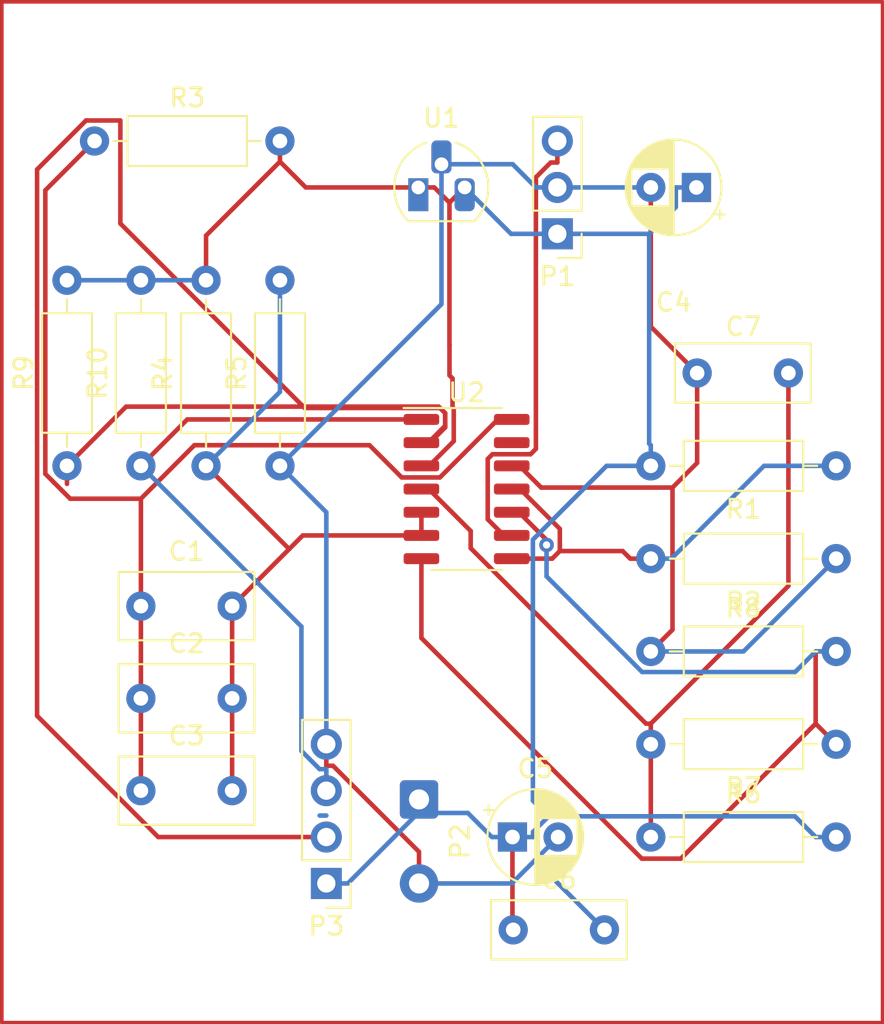
<source format=kicad_pcb>
(kicad_pcb (version 20221018) (generator pcbnew)
  (layers (0 "F.Cu" signal) (31 "B.Cu" signal) (34 "B.Paste" user) (35 "F.Paste" user) (36 "B.SilkS" user "B.Silkscreen") (37 "F.SilkS" user "F.Silkscreen") (38 "B.Mask" user) (39 "F.Mask" user) (44 "Edge.Cuts" user))
  (net 0 "")
  (net 1 "Net-(C1-Pad1)")
  (net 2 "Net-(U2A-+)")
  (net 3 "Net-(P1-Pin_1)")
  (net 4 "GND")
  (net 5 "Net-(U2A--)")
  (net 6 "Net-(P1-Pin_3)")
  (net 7 "Net-(P3-Pin_2)")
  (net 8 "Net-(P3-Pin_3)")
  (net 9 "Net-(U2C-+)")
  (net 10 "Net-(U2B-+)")
  (footprint "Package_TO_SOT_THT:TO-92L_HandSolder" (layer "F.Cu") (at 182.84 111.76)
    (fp_text reference "U1" (at 1.27 -3.8) (layer "F.SilkS"))
    (fp_text value "L78L05_TO92")
    (pad "1" thru_hole rect (at 0 0) (size 1.1 1.8) (drill 0.75 (offset 0 0.4)) (layers "*.Cu" "*.Mask") (net 3 "Net-(P1-Pin_1)"))
    (pad "2" thru_hole roundrect (at 1.27 -1.27) (size 1.1 1.8) (drill 0.75 (offset 0 -0.4)) (layers "*.Cu" "*.Mask") (net 4 "GND"))
    (pad "3" thru_hole roundrect (at 2.54 0) (size 1.1 1.8) (drill 0.75 (offset 0 0.4)) (layers "*.Cu" "*.Mask") (net 3 "Net-(P1-Pin_1)"))
  )
  (footprint "Resistor_THT:R_Axial_DIN0207_L6.3mm_D2.5mm_P10.16mm_Horizontal" (layer "F.Cu") (at 167.64 127 90)
    (fp_text reference "R10" (at 5.08 -2.37 90) (layer "F.SilkS"))
    (fp_text value "2.4k 1/4W")
    (pad "1" thru_hole circle (at 0 0 90) (size 1.6 1.6) (drill 0.8) (layers "*.Cu" "*.Mask") (net 8 "Net-(P3-Pin_3)"))
    (pad "2" thru_hole oval (at 10.16 0 90) (size 1.6 1.6) (drill 0.8) (layers "*.Cu" "*.Mask") (net 3 "Net-(P1-Pin_1)"))
  )
  (footprint "Resistor_THT:R_Axial_DIN0207_L6.3mm_D2.5mm_P10.16mm_Horizontal" (layer "F.Cu") (at 175.26 127 90)
    (fp_text reference "R5" (at 5.08 -2.37 90) (layer "F.SilkS"))
    (fp_text value "82k 1/4W")
    (pad "1" thru_hole circle (at 0 0 90) (size 1.6 1.6) (drill 0.8) (layers "*.Cu" "*.Mask") (net 4 "GND"))
    (pad "2" thru_hole oval (at 10.16 0 90) (size 1.6 1.6) (drill 0.8) (layers "*.Cu" "*.Mask") (net 2 "Net-(U2A-+)"))
  )
  (footprint "Resistor_THT:R_Axial_DIN0207_L6.3mm_D2.5mm_P10.16mm_Horizontal" (layer "F.Cu") (at 171.21 127 90)
    (fp_text reference "R4" (at 5.08 -2.37 90) (layer "F.SilkS"))
    (fp_text value "82k 1/4W")
    (pad "1" thru_hole circle (at 0 0 90) (size 1.6 1.6) (drill 0.8) (layers "*.Cu" "*.Mask") (net 2 "Net-(U2A-+)"))
    (pad "2" thru_hole oval (at 10.16 0 90) (size 1.6 1.6) (drill 0.8) (layers "*.Cu" "*.Mask") (net 3 "Net-(P1-Pin_1)"))
  )
  (footprint "Connector_PinHeader_2.54mm:PinHeader_1x04_P2.54mm_Vertical" (layer "F.Cu") (at 177.8 149.86 180)
    (fp_text reference "P3" (at 0 -2.33) (layer "F.SilkS"))
    (fp_text value "Conn_01x04")
    (pad "1" thru_hole rect (at 0 0 180) (size 1.7 1.7) (drill 1) (layers "*.Cu" "*.Mask") (net 3 "Net-(P1-Pin_1)"))
    (pad "2" thru_hole oval (at 0 2.54 180) (size 1.7 1.7) (drill 1) (layers "*.Cu" "*.Mask") (net 7 "Net-(P3-Pin_2)"))
    (pad "3" thru_hole oval (at 0 5.08 180) (size 1.7 1.7) (drill 1) (layers "*.Cu" "*.Mask") (net 8 "Net-(P3-Pin_3)"))
    (pad "4" thru_hole oval (at 0 7.62 180) (size 1.7 1.7) (drill 1) (layers "*.Cu" "*.Mask") (net 4 "GND"))
  )
  (footprint "Capacitor_THT:C_Rect_L7.2mm_W3.5mm_P5.00mm_FKS2_FKP2_MKS2_MKP2" (layer "F.Cu") (at 167.64 144.78)
    (fp_text reference "C3" (at 2.5 -3) (layer "F.SilkS"))
    (fp_text value "1uF 25V")
    (pad "1" thru_hole circle (at 0 0) (size 1.6 1.6) (drill 0.8) (layers "*.Cu" "*.Mask") (net 1 "Net-(C1-Pad1)"))
    (pad "2" thru_hole circle (at 5 0) (size 1.6 1.6) (drill 0.8) (layers "*.Cu" "*.Mask") (net 2 "Net-(U2A-+)"))
  )
  (footprint "Resistor_THT:R_Axial_DIN0207_L6.3mm_D2.5mm_P10.16mm_Horizontal" (layer "F.Cu") (at 163.59 127 90)
    (fp_text reference "R9" (at 5.08 -2.37 90) (layer "F.SilkS"))
    (fp_text value "2.4k 1/4W")
    (pad "1" thru_hole circle (at 0 0 90) (size 1.6 1.6) (drill 0.8) (layers "*.Cu" "*.Mask") (net 7 "Net-(P3-Pin_2)"))
    (pad "2" thru_hole oval (at 10.16 0 90) (size 1.6 1.6) (drill 0.8) (layers "*.Cu" "*.Mask") (net 3 "Net-(P1-Pin_1)"))
  )
  (footprint "Connector_Wire:SolderWire-0.5sqmm_1x02_P4.6mm_D0.9mm_OD2.1mm" (layer "F.Cu") (at 182.88 145.26 -90)
    (fp_text reference "P2" (at 2.3 -2.25 90) (layer "F.SilkS"))
    (fp_text value "Conn_01x02")
    (pad "1" thru_hole roundrect (at 0 0 270) (size 2.1 2.1) (drill 1.1) (layers "*.Cu" "*.Mask") (roundrect_rratio 0.119048) (net 3 "Net-(P1-Pin_1)"))
    (pad "2" thru_hole circle (at 4.6 0 270) (size 2.1 2.1) (drill 1.1) (layers "*.Cu" "*.Mask") (net 4 "GND"))
  )
  (footprint "Capacitor_THT:C_Rect_L7.2mm_W3.0mm_P5.00mm_FKS2_FKP2_MKS2_MKP2" (layer "F.Cu") (at 188.04 152.4)
    (fp_text reference "C6" (at 2.5 -2.75) (layer "F.SilkS"))
    (fp_text value "0.1uF 25V")
    (pad "1" thru_hole circle (at 0 0) (size 1.6 1.6) (drill 0.8) (layers "*.Cu" "*.Mask") (net 3 "Net-(P1-Pin_1)"))
    (pad "2" thru_hole circle (at 5 0) (size 1.6 1.6) (drill 0.8) (layers "*.Cu" "*.Mask") (net 4 "GND"))
  )
  (footprint "Resistor_THT:R_Axial_DIN0207_L6.3mm_D2.5mm_P10.16mm_Horizontal" (layer "F.Cu") (at 205.74 127 180)
    (fp_text reference "R1" (at 5.08 -2.37) (layer "F.SilkS"))
    (fp_text value "9.1k 1/4W")
    (pad "1" thru_hole circle (at 0 0 180) (size 1.6 1.6) (drill 0.8) (layers "*.Cu" "*.Mask") (net 9 "Net-(U2C-+)"))
    (pad "2" thru_hole oval (at 10.16 0 180) (size 1.6 1.6) (drill 0.8) (layers "*.Cu" "*.Mask") (net 3 "Net-(P1-Pin_1)"))
  )
  (footprint "Capacitor_THT:CP_Radial_D5.0mm_P2.50mm" (layer "F.Cu") (at 188 147.32)
    (fp_text reference "C5" (at 1.25 -3.75) (layer "F.SilkS"))
    (fp_text value "47uF 16V")
    (pad "1" thru_hole rect (at 0 0) (size 1.6 1.6) (drill 0.8) (layers "*.Cu" "*.Mask") (net 3 "Net-(P1-Pin_1)"))
    (pad "2" thru_hole circle (at 2.5 0) (size 1.6 1.6) (drill 0.8) (layers "*.Cu" "*.Mask") (net 4 "GND"))
  )
  (footprint "Capacitor_THT:C_Rect_L7.2mm_W3.5mm_P5.00mm_FKS2_FKP2_MKS2_MKP2" (layer "F.Cu") (at 167.64 134.68)
    (fp_text reference "C1" (at 2.5 -3) (layer "F.SilkS"))
    (fp_text value "1uF 25V")
    (pad "1" thru_hole circle (at 0 0) (size 1.6 1.6) (drill 0.8) (layers "*.Cu" "*.Mask") (net 1 "Net-(C1-Pad1)"))
    (pad "2" thru_hole circle (at 5 0) (size 1.6 1.6) (drill 0.8) (layers "*.Cu" "*.Mask") (net 2 "Net-(U2A-+)"))
  )
  (footprint "Capacitor_THT:C_Rect_L7.2mm_W3.0mm_P5.00mm_FKS2_FKP2_MKS2_MKP2" (layer "F.Cu") (at 203.12 121.92 180)
    (fp_text reference "C7" (at 2.46 2.54) (layer "F.SilkS"))
    (fp_text value "0.1uF 25V")
    (pad "1" thru_hole circle (at 0 0 180) (size 1.6 1.6) (drill 0.8) (layers "*.Cu" "*.Mask") (net 5 "Net-(U2A--)"))
    (pad "2" thru_hole circle (at 5 0 180) (size 1.6 1.6) (drill 0.8) (layers "*.Cu" "*.Mask") (net 4 "GND"))
  )
  (footprint "Resistor_THT:R_Axial_DIN0207_L6.3mm_D2.5mm_P10.16mm_Horizontal" (layer "F.Cu") (at 195.58 147.32)
    (fp_text reference "R6" (at 5.08 -2.37) (layer "F.SilkS"))
    (fp_text value "47k 1/4W")
    (pad "1" thru_hole circle (at 0 0) (size 1.6 1.6) (drill 0.8) (layers "*.Cu" "*.Mask") (net 5 "Net-(U2A--)"))
    (pad "2" thru_hole oval (at 10.16 0) (size 1.6 1.6) (drill 0.8) (layers "*.Cu" "*.Mask") (net 3 "Net-(P1-Pin_1)"))
  )
  (footprint "Package_SO:SOIC-14_3.9x8.7mm_P1.27mm" (layer "F.Cu") (at 185.485 128.27)
    (fp_text reference "U2" (at 0 -5.28) (layer "F.SilkS"))
    (fp_text value "LM339")
    (pad "1" smd roundrect (at -2.475 -3.81) (size 1.95 0.6) (layers "F.Cu" "F.Paste" "F.Mask") (net 8 "Net-(P3-Pin_3)"))
    (pad "2" smd roundrect (at -2.475 -2.54) (size 1.95 0.6) (layers "F.Cu" "F.Paste" "F.Mask") (net 7 "Net-(P3-Pin_2)"))
    (pad "3" smd roundrect (at -2.475 -1.27) (size 1.95 0.6) (layers "F.Cu" "F.Paste" "F.Mask") (net 3 "Net-(P1-Pin_1)"))
    (pad "4" smd roundrect (at -2.475 0) (size 1.95 0.6) (layers "F.Cu" "F.Paste" "F.Mask") (net 5 "Net-(U2A--)"))
    (pad "5" smd roundrect (at -2.475 1.27) (size 1.95 0.6) (layers "F.Cu" "F.Paste" "F.Mask") (net 2 "Net-(U2A-+)"))
    (pad "6" smd roundrect (at -2.475 2.54) (size 1.95 0.6) (layers "F.Cu" "F.Paste" "F.Mask") (net 2 "Net-(U2A-+)"))
    (pad "7" smd roundrect (at -2.475 3.81) (size 1.95 0.6) (layers "F.Cu" "F.Paste" "F.Mask") (net 10 "Net-(U2B-+)"))
    (pad "8" smd roundrect (at 2.475 3.81) (size 1.95 0.6) (layers "F.Cu" "F.Paste" "F.Mask") (net 9 "Net-(U2C-+)"))
    (pad "9" smd roundrect (at 2.475 2.54) (size 1.95 0.6) (layers "F.Cu" "F.Paste" "F.Mask") (net 6 "Net-(P1-Pin_3)"))
    (pad "10" smd roundrect (at 2.475 1.27) (size 1.95 0.6) (layers "F.Cu" "F.Paste" "F.Mask") (net 10 "Net-(U2B-+)"))
    (pad "11" smd roundrect (at 2.475 0) (size 1.95 0.6) (layers "F.Cu" "F.Paste" "F.Mask") (net 9 "Net-(U2C-+)"))
    (pad "12" smd roundrect (at 2.475 -1.27) (size 1.95 0.6) (layers "F.Cu" "F.Paste" "F.Mask") (net 4 "GND"))
    (pad "13" smd roundrect (at 2.475 -2.54) (size 1.95 0.6) (layers "F.Cu" "F.Paste" "F.Mask"))
    (pad "14" smd roundrect (at 2.475 -3.81) (size 1.95 0.6) (layers "F.Cu" "F.Paste" "F.Mask") (net 1 "Net-(C1-Pad1)"))
  )
  (footprint "Resistor_THT:R_Axial_DIN0207_L6.3mm_D2.5mm_P10.16mm_Horizontal" (layer "F.Cu") (at 195.58 137.16)
    (fp_text reference "R8" (at 5.08 -2.37) (layer "F.SilkS"))
    (fp_text value "47k 1/4W")
    (pad "1" thru_hole circle (at 0 0) (size 1.6 1.6) (drill 0.8) (layers "*.Cu" "*.Mask") (net 4 "GND"))
    (pad "2" thru_hole oval (at 10.16 0) (size 1.6 1.6) (drill 0.8) (layers "*.Cu" "*.Mask") (net 10 "Net-(U2B-+)"))
  )
  (footprint "Capacitor_THT:CP_Radial_D5.0mm_P2.50mm" (layer "F.Cu") (at 198.08 111.76 180)
    (fp_text reference "C4" (at 1.25 -6.29) (layer "F.SilkS"))
    (fp_text value "10uF 16V")
    (pad "1" thru_hole rect (at 0 0 180) (size 1.6 1.6) (drill 0.8) (layers "*.Cu" "*.Mask") (net 3 "Net-(P1-Pin_1)"))
    (pad "2" thru_hole circle (at 2.5 0 180) (size 1.6 1.6) (drill 0.8) (layers "*.Cu" "*.Mask") (net 4 "GND"))
  )
  (footprint "Resistor_THT:R_Axial_DIN0207_L6.3mm_D2.5mm_P10.16mm_Horizontal" (layer "F.Cu") (at 165.1 109.22)
    (fp_text reference "R3" (at 5.08 -2.37) (layer "F.SilkS"))
    (fp_text value "4.7k 1/4W")
    (pad "1" thru_hole circle (at 0 0) (size 1.6 1.6) (drill 0.8) (layers "*.Cu" "*.Mask") (net 1 "Net-(C1-Pad1)"))
    (pad "2" thru_hole oval (at 10.16 0) (size 1.6 1.6) (drill 0.8) (layers "*.Cu" "*.Mask") (net 3 "Net-(P1-Pin_1)"))
  )
  (footprint "Capacitor_THT:C_Rect_L7.2mm_W3.5mm_P5.00mm_FKS2_FKP2_MKS2_MKP2" (layer "F.Cu") (at 167.64 139.73)
    (fp_text reference "C2" (at 2.5 -3) (layer "F.SilkS"))
    (fp_text value "1uF 25V")
    (pad "1" thru_hole circle (at 0 0) (size 1.6 1.6) (drill 0.8) (layers "*.Cu" "*.Mask") (net 1 "Net-(C1-Pad1)"))
    (pad "2" thru_hole circle (at 5 0) (size 1.6 1.6) (drill 0.8) (layers "*.Cu" "*.Mask") (net 2 "Net-(U2A-+)"))
  )
  (footprint "Connector_PinHeader_2.54mm:PinHeader_1x03_P2.54mm_Vertical" (layer "F.Cu") (at 190.46 114.3 180)
    (fp_text reference "P1" (at 0 -2.33) (layer "F.SilkS"))
    (fp_text value "Conn_01x03")
    (pad "1" thru_hole rect (at 0 0 180) (size 1.7 1.7) (drill 1) (layers "*.Cu" "*.Mask") (net 3 "Net-(P1-Pin_1)"))
    (pad "2" thru_hole oval (at 0 2.54 180) (size 1.7 1.7) (drill 1) (layers "*.Cu" "*.Mask") (net 4 "GND"))
    (pad "3" thru_hole oval (at 0 5.08 180) (size 1.7 1.7) (drill 1) (layers "*.Cu" "*.Mask") (net 6 "Net-(P1-Pin_3)"))
  )
  (footprint "Resistor_THT:R_Axial_DIN0207_L6.3mm_D2.5mm_P10.16mm_Horizontal" (layer "F.Cu") (at 205.74 132.08 180)
    (fp_text reference "R2" (at 5.08 -2.37) (layer "F.SilkS"))
    (fp_text value "10k 1/4W")
    (pad "1" thru_hole circle (at 0 0 180) (size 1.6 1.6) (drill 0.8) (layers "*.Cu" "*.Mask") (net 4 "GND"))
    (pad "2" thru_hole oval (at 10.16 0 180) (size 1.6 1.6) (drill 0.8) (layers "*.Cu" "*.Mask") (net 9 "Net-(U2C-+)"))
  )
  (footprint "Resistor_THT:R_Axial_DIN0207_L6.3mm_D2.5mm_P10.16mm_Horizontal" (layer "F.Cu") (at 205.74 142.24 180)
    (fp_text reference "R7" (at 5.08 -2.37) (layer "F.SilkS"))
    (fp_text value "4.7k 1/4W")
    (pad "1" thru_hole circle (at 0 0 180) (size 1.6 1.6) (drill 0.8) (layers "*.Cu" "*.Mask") (net 10 "Net-(U2B-+)"))
    (pad "2" thru_hole oval (at 10.16 0 180) (size 1.6 1.6) (drill 0.8) (layers "*.Cu" "*.Mask") (net 5 "Net-(U2A--)"))
  )
  (gr_rect (start 160.02 101.6) (end 208.28 157.48) (stroke (width 0.2)) (fill none) (layer "F.Cu"))
  (segment (start 163.766 128.8) (end 162.403 127.437) (width 0.25) (layer "F.Cu") (net 1))
  (segment (start 170.57 125.871) (end 167.64 128.8) (width 0.25) (layer "F.Cu") (net 1))
  (segment (start 162.403 127.437) (end 162.403 111.917) (width 0.25) (layer "F.Cu") (net 1))
  (segment (start 167.64 139.73) (end 167.64 144.78) (width 0.25) (layer "F.Cu") (net 1))
  (segment (start 187.96 124.46) (end 187.2 124.46) (width 0.25) (layer "F.Cu") (net 1))
  (segment (start 181.931 127.635) (end 180.167 125.871) (width 0.25) (layer "F.Cu") (net 1))
  (segment (start 187.2 124.46) (end 184.025 127.635) (width 0.25) (layer "F.Cu") (net 1))
  (segment (start 167.64 128.8) (end 167.64 134.68) (width 0.25) (layer "F.Cu") (net 1))
  (segment (start 167.64 128.8) (end 163.766 128.8) (width 0.25) (layer "F.Cu") (net 1))
  (segment (start 167.64 139.73) (end 167.64 134.68) (width 0.25) (layer "F.Cu") (net 1))
  (segment (start 180.167 125.871) (end 170.57 125.871) (width 0.25) (layer "F.Cu") (net 1))
  (segment (start 162.403 111.917) (end 165.1 109.22) (width 0.25) (layer "F.Cu") (net 1))
  (segment (start 184.025 127.635) (end 181.931 127.635) (width 0.25) (layer "F.Cu") (net 1))
  (segment (start 172.64 134.68) (end 172.64 139.73) (width 0.25) (layer "F.Cu") (net 2))
  (segment (start 172.64 139.73) (end 172.64 144.78) (width 0.25) (layer "F.Cu") (net 2))
  (segment (start 183.01 130.81) (end 176.51 130.81) (width 0.25) (layer "F.Cu") (net 2))
  (segment (start 175.765 131.555) (end 172.64 134.68) (width 0.25) (layer "F.Cu") (net 2))
  (segment (start 176.51 130.81) (end 175.765 131.555) (width 0.25) (layer "F.Cu") (net 2))
  (segment (start 175.765 131.555) (end 171.21 127) (width 0.25) (layer "F.Cu") (net 2))
  (segment (start 183.01 130.81) (end 183.01 129.54) (width 0.25) (layer "F.Cu") (net 2))
  (segment (start 175.26 122.95) (end 175.26 116.84) (width 0.25) (layer "B.Cu") (net 2))
  (segment (start 171.21 127) (end 175.26 122.95) (width 0.25) (layer "B.Cu") (net 2))
  (segment (start 183.01 127) (end 183.433 127) (width 0.25) (layer "F.Cu") (net 3))
  (segment (start 171.21 114.397) (end 175.26 110.347) (width 0.25) (layer "F.Cu") (net 3))
  (segment (start 171.21 116.84) (end 171.21 114.397) (width 0.25) (layer "F.Cu") (net 3))
  (segment (start 184.717 122.215) (end 184.55 122.048) (width 0.25) (layer "F.Cu") (net 3))
  (segment (start 183.433 127) (end 184.782 125.65) (width 0.25) (layer "F.Cu") (net 3))
  (segment (start 184.782 125.65) (end 184.782 123.857) (width 0.25) (layer "F.Cu") (net 3))
  (segment (start 183.717 111.76) (end 182.84 111.76) (width 0.25) (layer "F.Cu") (net 3))
  (segment (start 184.548 120.384) (end 184.548 112.592) (width 0.25) (layer "F.Cu") (net 3))
  (segment (start 188 147.32) (end 188 152.36) (width 0.25) (layer "F.Cu") (net 3))
  (segment (start 184.782 123.857) (end 184.717 123.792) (width 0.25) (layer "F.Cu") (net 3))
  (segment (start 176.673 111.76) (end 175.26 110.347) (width 0.25) (layer "F.Cu") (net 3))
  (segment (start 184.717 123.792) (end 184.717 122.215) (width 0.25) (layer "F.Cu") (net 3))
  (segment (start 185.38 111.76) (end 184.548 112.592) (width 0.25) (layer "F.Cu") (net 3))
  (segment (start 188 152.36) (end 188.04 152.4) (width 0.25) (layer "F.Cu") (net 3))
  (segment (start 184.55 120.385) (end 184.548 120.384) (width 0.25) (layer "F.Cu") (net 3))
  (segment (start 184.55 122.048) (end 184.55 120.385) (width 0.25) (layer "F.Cu") (net 3))
  (segment (start 184.548 112.592) (end 183.717 111.76) (width 0.25) (layer "F.Cu") (net 3))
  (segment (start 175.26 109.22) (end 175.26 110.347) (width 0.25) (layer "F.Cu") (net 3))
  (segment (start 182.84 111.76) (end 176.673 111.76) (width 0.25) (layer "F.Cu") (net 3))
  (segment (start 182.88 145.26) (end 182.88 146.003) (width 0.25) (layer "B.Cu") (net 3))
  (segment (start 196.953 111.76) (end 196.953 112.837) (width 0.25) (layer "B.Cu") (net 3))
  (segment (start 167.64 116.84) (end 163.59 116.84) (width 0.25) (layer "B.Cu") (net 3))
  (segment (start 198.08 111.76) (end 196.953 111.76) (width 0.25) (layer "B.Cu") (net 3))
  (segment (start 203.479 146.186) (end 204.613 147.32) (width 0.25) (layer "B.Cu") (net 3))
  (segment (start 189.127 147.038) (end 189.979 146.186) (width 0.25) (layer "B.Cu") (net 3))
  (segment (start 186.873 147.32) (end 188 147.32) (width 0.25) (layer "B.Cu") (net 3))
  (segment (start 171.21 116.84) (end 167.64 116.84) (width 0.25) (layer "B.Cu") (net 3))
  (segment (start 195.49 114.3) (end 190.46 114.3) (width 0.25) (layer "B.Cu") (net 3))
  (segment (start 189.979 146.186) (end 189.119 145.326) (width 0.25) (layer "B.Cu") (net 3))
  (segment (start 193.159 127) (end 195.58 127) (width 0.25) (layer "B.Cu") (net 3))
  (segment (start 182.88 146.003) (end 185.556 146.003) (width 0.25) (layer "B.Cu") (net 3))
  (segment (start 187.92 114.3) (end 185.38 111.76) (width 0.25) (layer "B.Cu") (net 3))
  (segment (start 195.49 114.3) (end 195.49 125.783) (width 0.25) (layer "B.Cu") (net 3))
  (segment (start 196.953 112.837) (end 195.49 114.3) (width 0.25) (layer "B.Cu") (net 3))
  (segment (start 190.46 114.3) (end 187.92 114.3) (width 0.25) (layer "B.Cu") (net 3))
  (segment (start 204.613 147.32) (end 205.74 147.32) (width 0.25) (layer "B.Cu") (net 3))
  (segment (start 177.8 149.86) (end 178.977 149.86) (width 0.25) (layer "B.Cu") (net 3))
  (segment (start 188 147.32) (end 189.127 147.32) (width 0.25) (layer "B.Cu") (net 3))
  (segment (start 178.977 149.86) (end 182.834 146.003) (width 0.25) (layer "B.Cu") (net 3))
  (segment (start 195.58 125.873) (end 195.58 127) (width 0.25) (layer "B.Cu") (net 3))
  (segment (start 189.979 146.186) (end 203.479 146.186) (width 0.25) (layer "B.Cu") (net 3))
  (segment (start 195.49 125.783) (end 195.58 125.873) (width 0.25) (layer "B.Cu") (net 3))
  (segment (start 189.119 145.326) (end 189.119 131.04) (width 0.25) (layer "B.Cu") (net 3))
  (segment (start 189.119 131.04) (end 193.159 127) (width 0.25) (layer "B.Cu") (net 3))
  (segment (start 185.556 146.003) (end 186.873 147.32) (width 0.25) (layer "B.Cu") (net 3))
  (segment (start 182.834 146.003) (end 182.88 146.003) (width 0.25) (layer "B.Cu") (net 3))
  (segment (start 189.127 147.32) (end 189.127 147.038) (width 0.25) (layer "B.Cu") (net 3))
  (segment (start 177.8 142.24) (end 177.8 143.417) (width 0.25) (layer "F.Cu") (net 4))
  (segment (start 189.572 128.189) (end 188.382 127) (width 0.25) (layer "F.Cu") (net 4))
  (segment (start 195.58 111.76) (end 195.58 119.38) (width 0.25) (layer "F.Cu") (net 4))
  (segment (start 196.769 135.971) (end 196.769 128.189) (width 0.25) (layer "F.Cu") (net 4))
  (segment (start 182.88 148.129) (end 182.88 149.86) (width 0.25) (layer "F.Cu") (net 4))
  (segment (start 177.8 143.417) (end 178.168 143.417) (width 0.25) (layer "F.Cu") (net 4))
  (segment (start 195.58 119.38) (end 198.12 121.92) (width 0.25) (layer "F.Cu") (net 4))
  (segment (start 188.382 127) (end 187.96 127) (width 0.25) (layer "F.Cu") (net 4))
  (segment (start 195.58 137.16) (end 196.769 135.971) (width 0.25) (layer "F.Cu") (net 4))
  (segment (start 196.769 128.189) (end 189.572 128.189) (width 0.25) (layer "F.Cu") (net 4))
  (segment (start 198.12 121.92) (end 198.12 126.838) (width 0.25) (layer "F.Cu") (net 4))
  (segment (start 178.168 143.417) (end 182.88 148.129) (width 0.25) (layer "F.Cu") (net 4))
  (segment (start 198.12 126.838) (end 196.769 128.189) (width 0.25) (layer "F.Cu") (net 4))
  (segment (start 177.8 129.54) (end 175.26 127) (width 0.25) (layer "B.Cu") (net 4))
  (segment (start 177.8 142.24) (end 177.8 129.54) (width 0.25) (layer "B.Cu") (net 4))
  (segment (start 195.58 137.16) (end 200.66 137.16) (width 0.25) (layer "B.Cu") (net 4))
  (segment (start 200.66 137.16) (end 205.74 132.08) (width 0.25) (layer "B.Cu") (net 4))
  (segment (start 190.46 111.76) (end 189.283 111.76) (width 0.25) (layer "B.Cu") (net 4))
  (segment (start 184.11 118.15) (end 184.11 110.49) (width 0.25) (layer "B.Cu") (net 4))
  (segment (start 187.96 149.86) (end 189.23 148.59) (width 0.25) (layer "B.Cu") (net 4))
  (segment (start 182.88 149.86) (end 187.96 149.86) (width 0.25) (layer "B.Cu") (net 4))
  (segment (start 190.46 111.76) (end 195.58 111.76) (width 0.25) (layer "B.Cu") (net 4))
  (segment (start 189.283 111.76) (end 188.013 110.49) (width 0.25) (layer "B.Cu") (net 4))
  (segment (start 188.013 110.49) (end 184.11 110.49) (width 0.25) (layer "B.Cu") (net 4))
  (segment (start 189.23 148.59) (end 193.04 152.4) (width 0.25) (layer "B.Cu") (net 4))
  (segment (start 175.26 127) (end 184.11 118.15) (width 0.25) (layer "B.Cu") (net 4))
  (segment (start 189.23 148.59) (end 190.5 147.32) (width 0.25) (layer "B.Cu") (net 4))
  (segment (start 185.711 131.507) (end 195.317 141.113) (width 0.25) (layer "F.Cu") (net 5))
  (segment (start 203.12 121.92) (end 203.12 133.573) (width 0.25) (layer "F.Cu") (net 5))
  (segment (start 183.01 128.27) (end 183.413 128.27) (width 0.25) (layer "F.Cu") (net 5))
  (segment (start 183.413 128.27) (end 185.711 130.568) (width 0.25) (layer "F.Cu") (net 5))
  (segment (start 195.58 142.24) (end 195.58 141.113) (width 0.25) (layer "F.Cu") (net 5))
  (segment (start 195.58 147.32) (end 195.58 142.24) (width 0.25) (layer "F.Cu") (net 5))
  (segment (start 203.12 133.573) (end 195.58 141.113) (width 0.25) (layer "F.Cu") (net 5))
  (segment (start 195.317 141.113) (end 195.58 141.113) (width 0.25) (layer "F.Cu") (net 5))
  (segment (start 185.711 130.568) (end 185.711 131.507) (width 0.25) (layer "F.Cu") (net 5))
  (segment (start 190.092 110.397) (end 189.283 111.206) (width 0.25) (layer "F.Cu") (net 6))
  (segment (start 186.644 129.927) (end 187.527 130.81) (width 0.25) (layer "F.Cu") (net 6))
  (segment (start 186.644 126.624) (end 186.644 129.927) (width 0.25) (layer "F.Cu") (net 6))
  (segment (start 187.527 130.81) (end 187.96 130.81) (width 0.25) (layer "F.Cu") (net 6))
  (segment (start 190.46 109.22) (end 190.46 110.397) (width 0.25) (layer "F.Cu") (net 6))
  (segment (start 188.992 126.365) (end 186.903 126.365) (width 0.25) (layer "F.Cu") (net 6))
  (segment (start 190.46 110.397) (end 190.092 110.397) (width 0.25) (layer "F.Cu") (net 6))
  (segment (start 186.903 126.365) (end 186.644 126.624) (width 0.25) (layer "F.Cu") (net 6))
  (segment (start 189.283 126.074) (end 188.992 126.365) (width 0.25) (layer "F.Cu") (net 6))
  (segment (start 189.283 111.206) (end 189.283 126.074) (width 0.25) (layer "F.Cu") (net 6))
  (segment (start 183.958 123.758) (end 166.832 123.758) (width 0.25) (layer "F.Cu") (net 7))
  (segment (start 184.031751 123.835) (end 184.31 124.113249) (width 0.25) (layer "F.Cu") (net 7))
  (segment (start 166.832 123.758) (end 163.59 127) (width 0.25) (layer "F.Cu") (net 7))
  (segment (start 166.515 108.095) (end 166.515 113.735991) (width 0.25) (layer "F.Cu") (net 7))
  (segment (start 177.8 147.32) (end 168.589009 147.32) (width 0.25) (layer "F.Cu") (net 7))
  (segment (start 161.953 110.776009) (end 164.634009 108.095) (width 0.25) (layer "F.Cu") (net 7))
  (segment (start 163.59 127) (end 163.59 127.987604) (width 0.25) (layer "F.Cu") (net 7))
  (segment (start 183.481 125.73) (end 184.312 124.899) (width 0.25) (layer "F.Cu") (net 7))
  (segment (start 183.01 125.73) (end 183.481 125.73) (width 0.25) (layer "F.Cu") (net 7))
  (segment (start 164.634009 108.095) (end 166.515 108.095) (width 0.25) (layer "F.Cu") (net 7))
  (segment (start 161.953 140.683991) (end 161.953 110.776009) (width 0.25) (layer "F.Cu") (net 7))
  (segment (start 176.614009 123.835) (end 184.031751 123.835) (width 0.25) (layer "F.Cu") (net 7))
  (segment (start 166.515 113.735991) (end 176.614009 123.835) (width 0.25) (layer "F.Cu") (net 7))
  (segment (start 184.312 124.112) (end 183.958 123.758) (width 0.25) (layer "F.Cu") (net 7))
  (segment (start 184.312 124.899) (end 184.312 124.112) (width 0.25) (layer "F.Cu") (net 7))
  (segment (start 168.589009 147.32) (end 161.953 140.683991) (width 0.25) (layer "F.Cu") (net 7))
  (segment (start 184.31 124.806751) (end 183.386751 125.73) (width 0.25) (layer "F.Cu") (net 7))
  (segment (start 184.31 124.113249) (end 184.31 124.806751) (width 0.25) (layer "F.Cu") (net 7))
  (segment (start 183.386751 125.73) (end 183.01 125.73) (width 0.25) (layer "F.Cu") (net 7))
  (segment (start 177.8 146.143) (end 177.434 146.143) (width 0.25) (layer "B.Cu") (net 7))
  (segment (start 167.64 127) (end 170.18 124.46) (width 0.25) (layer "F.Cu") (net 8))
  (segment (start 170.18 124.46) (end 183.01 124.46) (width 0.25) (layer "F.Cu") (net 8))
  (segment (start 177.8 143.603) (end 177.434 143.603) (width 0.25) (layer "B.Cu") (net 8))
  (segment (start 177.434 143.603) (end 176.435 142.604) (width 0.25) (layer "B.Cu") (net 8))
  (segment (start 176.435 142.604) (end 176.435 135.795) (width 0.25) (layer "B.Cu") (net 8))
  (segment (start 177.8 144.78) (end 177.8 143.603) (width 0.25) (layer "B.Cu") (net 8))
  (segment (start 176.435 135.795) (end 167.64 127) (width 0.25) (layer "B.Cu") (net 8))
  (segment (start 188.416 128.27) (end 190.595 130.45) (width 0.25) (layer "F.Cu") (net 9))
  (segment (start 194.453 132.08) (end 195.58 132.08) (width 0.25) (layer "F.Cu") (net 9))
  (segment (start 190.595 131.664) (end 194.037 131.664) (width 0.25) (layer "F.Cu") (net 9))
  (segment (start 190.179 132.08) (end 187.96 132.08) (width 0.25) (layer "F.Cu") (net 9))
  (segment (start 190.595 131.664) (end 190.179 132.08) (width 0.25) (layer "F.Cu") (net 9))
  (segment (start 187.96 128.27) (end 188.416 128.27) (width 0.25) (layer "F.Cu") (net 9))
  (segment (start 190.595 130.45) (end 190.595 131.664) (width 0.25) (layer "F.Cu") (net 9))
  (segment (start 194.037 131.664) (end 194.453 132.08) (width 0.25) (layer "F.Cu") (net 9))
  (segment (start 196.707 132.08) (end 201.787 127) (width 0.25) (layer "B.Cu") (net 9))
  (segment (start 195.58 132.08) (end 196.707 132.08) (width 0.25) (layer "B.Cu") (net 9))
  (segment (start 201.787 127) (end 205.74 127) (width 0.25) (layer "B.Cu") (net 9))
  (segment (start 195.088 148.502) (end 197.224 148.502) (width 0.25) (layer "F.Cu") (net 10))
  (segment (start 205.74 142.24) (end 204.613 141.113) (width 0.25) (layer "F.Cu") (net 10))
  (segment (start 183.01 136.424) (end 195.088 148.502) (width 0.25) (layer "F.Cu") (net 10))
  (segment (start 183.01 132.08) (end 183.01 136.424) (width 0.25) (layer "F.Cu") (net 10))
  (segment (start 204.613 137.16) (end 205.74 137.16) (width 0.25) (layer "F.Cu") (net 10))
  (segment (start 188.351 129.54) (end 189.868 131.057) (width 0.25) (layer "F.Cu") (net 10))
  (segment (start 197.224 148.502) (end 204.613 141.113) (width 0.25) (layer "F.Cu") (net 10))
  (segment (start 189.868 131.057) (end 189.868 131.33) (width 0.25) (layer "F.Cu") (net 10))
  (segment (start 204.613 141.113) (end 204.613 137.16) (width 0.25) (layer "F.Cu") (net 10))
  (segment (start 187.96 129.54) (end 188.351 129.54) (width 0.25) (layer "F.Cu") (net 10))
  (via (at 189.868 131.33) (size 0.8) (drill 0.4) (layers "F.Cu" "B.Cu") (net 10))
  (segment (start 204.613 137.16) (end 203.486 138.287) (width 0.25) (layer "B.Cu") (net 10))
  (segment (start 189.868 133.052) (end 189.868 131.33) (width 0.25) (layer "B.Cu") (net 10))
  (segment (start 205.74 137.16) (end 204.613 137.16) (width 0.25) (layer "B.Cu") (net 10))
  (segment (start 203.486 138.287) (end 195.103 138.287) (width 0.25) (layer "B.Cu") (net 10))
  (segment (start 195.103 138.287) (end 189.868 133.052) (width 0.25) (layer "B.Cu") (net 10))
)
</source>
